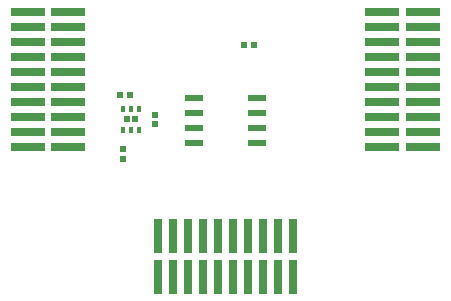
<source format=gtp>
G04 #@! TF.FileFunction,Paste,Top*
%FSLAX46Y46*%
G04 Gerber Fmt 4.6, Leading zero omitted, Abs format (unit mm)*
G04 Created by KiCad (PCBNEW 4.0.2+e4-6225~38~ubuntu14.04.1-stable) date Thu 21 Jul 2016 15:42:58 BST*
%MOMM*%
G01*
G04 APERTURE LIST*
%ADD10C,0.100000*%
%ADD11R,1.550000X0.600000*%
%ADD12R,0.520000X0.520000*%
%ADD13R,0.620000X0.620000*%
%ADD14R,0.400000X0.470000*%
%ADD15R,0.502000X0.502000*%
%ADD16R,2.920000X0.740000*%
%ADD17R,0.740000X2.920000*%
G04 APERTURE END LIST*
D10*
D11*
X102700000Y-105405000D03*
X102700000Y-104135000D03*
X102700000Y-102865000D03*
X102700000Y-101595000D03*
X97300000Y-101595000D03*
X97300000Y-102865000D03*
X97300000Y-104135000D03*
X97300000Y-105405000D03*
D12*
X91100000Y-101300000D03*
X91900000Y-101300000D03*
X91350000Y-105950000D03*
X91350000Y-106750000D03*
D13*
X101550000Y-97100000D03*
X102450000Y-97100000D03*
D14*
X91350000Y-104315000D03*
X92000000Y-104315000D03*
X92650000Y-104315000D03*
X92650000Y-102485000D03*
X92000000Y-102485000D03*
X91350000Y-102485000D03*
D15*
X91650000Y-103400000D03*
X92350000Y-103400000D03*
D16*
X83285000Y-94285000D03*
X86715000Y-94285000D03*
X83285000Y-95555000D03*
X86715000Y-95555000D03*
X83285000Y-96825000D03*
X86715000Y-96825000D03*
X83285000Y-98095000D03*
X86715000Y-98095000D03*
X83285000Y-99365000D03*
X86715000Y-99365000D03*
X83285000Y-100635000D03*
X86715000Y-100635000D03*
X83285000Y-101905000D03*
X86715000Y-101905000D03*
X83285000Y-103175000D03*
X86715000Y-103175000D03*
X83285000Y-104445000D03*
X86715000Y-104445000D03*
X83285000Y-105715000D03*
X86715000Y-105715000D03*
X113285000Y-94285000D03*
X116715000Y-94285000D03*
X113285000Y-95555000D03*
X116715000Y-95555000D03*
X113285000Y-96825000D03*
X116715000Y-96825000D03*
X113285000Y-98095000D03*
X116715000Y-98095000D03*
X113285000Y-99365000D03*
X116715000Y-99365000D03*
X113285000Y-100635000D03*
X116715000Y-100635000D03*
X113285000Y-101905000D03*
X116715000Y-101905000D03*
X113285000Y-103175000D03*
X116715000Y-103175000D03*
X113285000Y-104445000D03*
X116715000Y-104445000D03*
X113285000Y-105715000D03*
X116715000Y-105715000D03*
D17*
X94285000Y-116715000D03*
X94285000Y-113285000D03*
X95555000Y-116715000D03*
X95555000Y-113285000D03*
X96825000Y-116715000D03*
X96825000Y-113285000D03*
X98095000Y-116715000D03*
X98095000Y-113285000D03*
X99365000Y-116715000D03*
X99365000Y-113285000D03*
X100635000Y-116715000D03*
X100635000Y-113285000D03*
X101905000Y-116715000D03*
X101905000Y-113285000D03*
X103175000Y-116715000D03*
X103175000Y-113285000D03*
X104445000Y-116715000D03*
X104445000Y-113285000D03*
X105715000Y-116715000D03*
X105715000Y-113285000D03*
D12*
X94000000Y-103800000D03*
X94000000Y-103000000D03*
M02*

</source>
